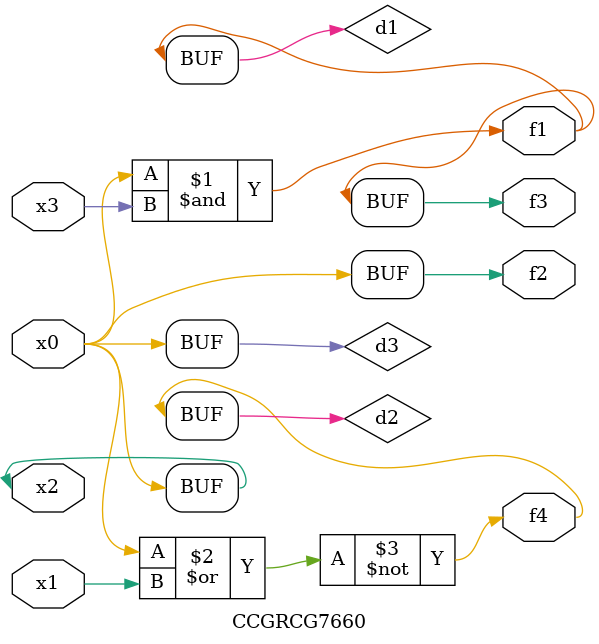
<source format=v>
module CCGRCG7660(
	input x0, x1, x2, x3,
	output f1, f2, f3, f4
);

	wire d1, d2, d3;

	and (d1, x2, x3);
	nor (d2, x0, x1);
	buf (d3, x0, x2);
	assign f1 = d1;
	assign f2 = d3;
	assign f3 = d1;
	assign f4 = d2;
endmodule

</source>
